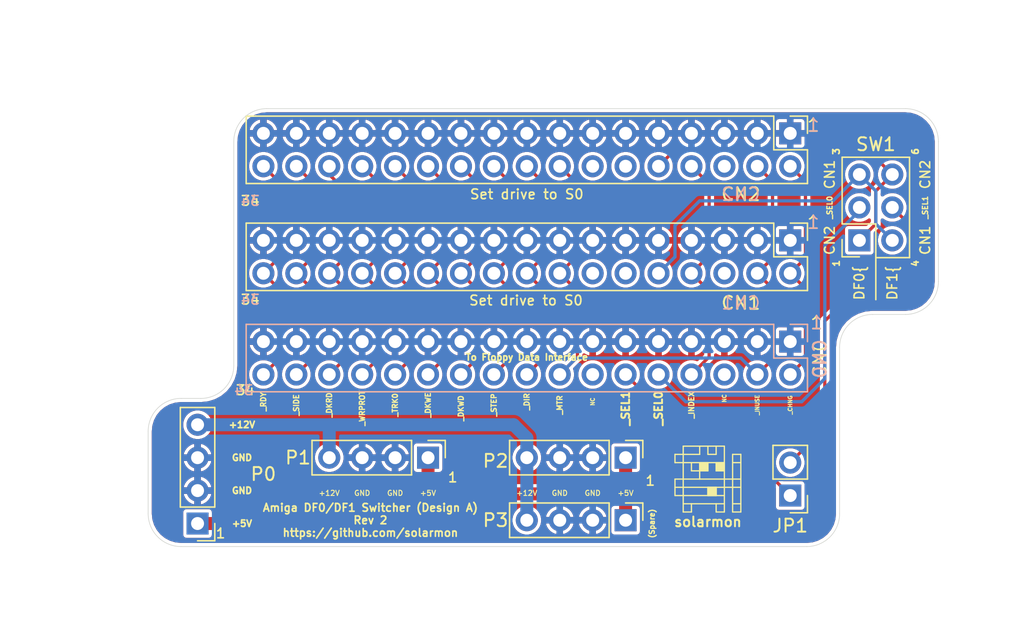
<source format=kicad_pcb>
(kicad_pcb (version 20171130) (host pcbnew "(5.1.9)-1")
  (title_block (title "Amiga DF0/DF1 Switcher (Design A) Rev 2") (date 2021-08-28) (rev 2) (company https://github.com/solarmon))
  (layers (0 F.Cu signal) (31 B.Cu signal) (34 B.Paste user) (35 F.Paste user) (36 B.SilkS user) (37 F.SilkS user) (38 B.Mask user) (39 F.Mask user) (44 Edge.Cuts user))
  (net 0 "")
  (net 1 /_RDY)
  (net 2 GND)
  (net 3 /_SIDE)
  (net 4 /_DKRD)
  (net 5 /_WRPROT)
  (net 6 /_TRK0)
  (net 7 /_DKWE)
  (net 8 /_DKWD)
  (net 9 /_STEP)
  (net 10 /DIR)
  (net 11 /_INUSE)
  (net 12 "Net-(CN0-Pad14)")
  (net 13 /_SEL1)
  (net 14 /_SEL0)
  (net 15 /_INDEX)
  (net 16 "Net-(CN0-Pad6)")
  (net 17 /_CHNG)
  (net 18 "Net-(CN1-Pad14)")
  (net 19 /_CN1_SEL1)
  (net 20 /_CN1_SEL0)
  (net 21 "Net-(CN1-Pad6)")
  (net 22 "Net-(CN2-Pad14)")
  (net 23 /_CN2_SEL1)
  (net 24 /_CN2_SEL0)
  (net 25 "Net-(CN2-Pad6)")
  (net 26 +12V)
  (net 27 +5V)
  (net 28 "Net-(JP1-Pad2)")
  (module solarmon_library:solarmon-logo-25mils (layer F.Cu) (at 171.45 148.59)
    (fp_text reference solarmon (at 0 2.667) (layer F.SilkS) (effects (font (size 0.75 0.75))))
    (fp_text value solarmon-logo-25mils)
    (fp_line (start 0.635 -1.27) (end 1.27 -1.27) (layer F.SilkS) (width 0.1))
    (fp_poly (pts (xy -1.27 1.905) (xy -1.905 1.905) (xy -1.905 1.27) (xy -1.27 1.27)) (layer F.Cu) (width 0.1))
    (fp_poly (pts (xy 1.27 1.905) (xy 0.635 1.905) (xy 0.635 1.27) (xy 1.27 1.27)) (layer F.Cu) (width 0.1))
    (fp_poly (pts (xy 1.27 0.635) (xy 0.635 0.635) (xy 0.635 0) (xy 1.27 0)) (layer F.Cu) (width 0.1))
    (fp_poly (pts (xy 0 0.635) (xy -0.635 0.635) (xy -0.635 0) (xy 0 0)) (layer F.Cu) (width 0.1))
    (fp_poly (pts (xy -0.635 0.635) (xy -1.27 0.635) (xy -1.27 0) (xy -0.635 0)) (layer F.Cu) (width 0.1))
    (fp_poly (pts (xy -1.27 0.635) (xy -1.905 0.635) (xy -1.905 0) (xy -1.27 0)) (layer F.Cu) (width 0.1))
    (fp_poly (pts (xy -1.27 -1.905) (xy -1.905 -1.905) (xy -1.905 -2.54) (xy -1.27 -2.54)) (layer F.Cu) (width 0.1))
    (fp_poly (pts (xy -0.635 -1.905) (xy -1.27 -1.905) (xy -1.27 -2.54) (xy -0.635 -2.54)) (layer F.Cu) (width 0.1))
    (fp_poly (pts (xy 0 -2.54) (xy -0.635 -2.54) (xy -0.635 -3.175) (xy 0 -3.175)) (layer F.Cu) (width 0.1))
    (fp_poly (pts (xy 0 -1.905) (xy -0.635 -1.905) (xy -0.635 -2.54) (xy 0 -2.54)) (layer F.Cu) (width 0.1))
    (fp_poly (pts (xy 0.635 -1.905) (xy 0 -1.905) (xy 0 -2.54) (xy 0.635 -2.54)) (layer F.Cu) (width 0.1))
    (fp_poly (pts (xy 1.27 -1.905) (xy 0.635 -1.905) (xy 0.635 -2.54) (xy 1.27 -2.54)) (layer F.Cu) (width 0.1))
    (fp_poly (pts (xy 1.27 -2.54) (xy 0.635 -2.54) (xy 0.635 -3.175) (xy 1.27 -3.175)) (layer F.Cu) (width 0.1))
    (fp_poly (pts (xy 2.54 1.905) (xy 1.905 1.905) (xy 1.905 1.27) (xy 2.54 1.27)) (layer F.Cu) (width 0.1))
    (fp_poly (pts (xy 2.54 -1.905) (xy 1.905 -1.905) (xy 1.905 -2.54) (xy 2.54 -2.54)) (layer F.Cu) (width 0.1))
    (fp_poly (pts (xy 0.635 0.635) (xy 0 0.635) (xy 0 0) (xy 0.635 0)) (layer F.SilkS) (width 0.1))
    (fp_poly (pts (xy 1.27 -1.27) (xy 0.635 -1.27) (xy 0.635 -1.905) (xy 1.27 -1.905)) (layer F.SilkS) (width 0.1))
    (fp_poly (pts (xy 0 -1.27) (xy -0.635 -1.27) (xy -0.635 -1.905) (xy 0 -1.905)) (layer F.SilkS) (width 0.1))
    (fp_line (start 0.635 0) (end 0.635 0.635) (layer F.SilkS) (width 0.1))
    (fp_line (start 0 0) (end 0 0.635) (layer F.SilkS) (width 0.1))
    (fp_line (start 1.905 1.27) (end 2.54 1.27) (layer F.SilkS) (width 0.1))
    (fp_line (start 1.905 -1.905) (end 2.54 -1.905) (layer F.SilkS) (width 0.1))
    (fp_line (start 1.905 -2.54) (end 2.54 -2.54) (layer F.SilkS) (width 0.1))
    (fp_line (start 2.54 -2.54) (end 2.54 1.905) (layer F.SilkS) (width 0.1))
    (fp_line (start 1.905 -2.54) (end 1.905 1.905) (layer F.SilkS) (width 0.1))
    (fp_line (start 1.905 1.905) (end 2.54 1.905) (layer F.SilkS) (width 0.1))
    (fp_line (start 0.635 1.905) (end 1.27 1.905) (layer F.SilkS) (width 0.1))
    (fp_line (start -1.905 1.905) (end -1.27 1.905) (layer F.SilkS) (width 0.1))
    (fp_line (start 0.635 1.27) (end 0.635 1.905) (layer F.SilkS) (width 0.1))
    (fp_line (start -1.27 1.27) (end -1.27 1.905) (layer F.SilkS) (width 0.1))
    (fp_line (start -1.905 1.27) (end 1.27 1.27) (layer F.SilkS) (width 0.1))
    (fp_line (start -2.54 0.635) (end 1.27 0.635) (layer F.SilkS) (width 0.1))
    (fp_line (start -2.54 0) (end 2.54 0) (layer F.SilkS) (width 0.1))
    (fp_line (start -2.54 0.635) (end -2.54 -0.635) (layer F.SilkS) (width 0.1))
    (fp_line (start -2.54 -0.635) (end 2.54 -0.635) (layer F.SilkS) (width 0.1))
    (fp_line (start 0.635 -1.905) (end 0.635 -1.27) (layer F.SilkS) (width 0.1))
    (fp_line (start 0 -1.905) (end 0 -1.27) (layer F.SilkS) (width 0.1))
    (fp_line (start -0.635 -1.905) (end -0.635 -0.635) (layer F.SilkS) (width 0.1))
    (fp_line (start -1.27 -1.27) (end 0 -1.27) (layer F.SilkS) (width 0.1))
    (fp_line (start -1.27 -1.905) (end -1.27 -1.27) (layer F.SilkS) (width 0.1))
    (fp_line (start 1.27 -3.175) (end 1.27 1.905) (layer F.SilkS) (width 0.1))
    (fp_line (start 0.635 -3.175) (end 0.635 -2.54) (layer F.SilkS) (width 0.1))
    (fp_line (start 0 -2.54) (end 0.635 -2.54) (layer F.SilkS) (width 0.1))
    (fp_line (start 0 -3.175) (end 0 -2.54) (layer F.SilkS) (width 0.1))
    (fp_line (start -0.635 -3.175) (end -0.635 -2.54) (layer F.SilkS) (width 0.1))
    (fp_line (start -1.905 -3.175) (end 1.27 -3.175) (layer F.SilkS) (width 0.1))
    (fp_line (start -2.54 -1.905) (end -2.54 -2.54) (layer F.SilkS) (width 0.1))
    (fp_line (start 1.27 -1.905) (end -2.54 -1.905) (layer F.SilkS) (width 0.1))
    (fp_line (start -1.905 -3.175) (end -1.905 1.905) (layer F.SilkS) (width 0.1))
    (fp_line (start -2.54 -2.54) (end -0.635 -2.54) (layer F.SilkS) (width 0.1))
  )
  (module Connector_PinHeader_2.54mm:PinHeader_1x02_P2.54mm_Vertical (layer F.Cu) (at 177.8 149.225 180)
    (fp_text reference JP1 (at 0 -2.33) (layer F.SilkS))
    (fp_text value Jumper_NC_Small)
    (fp_line (start -1.33 -1.33) (end 0 -1.33) (layer F.SilkS) (width 0.12))
    (fp_line (start -1.33 0) (end -1.33 -1.33) (layer F.SilkS) (width 0.12))
    (fp_line (start -1.33 1.27) (end 1.33 1.27) (layer F.SilkS) (width 0.12))
    (fp_line (start 1.33 1.27) (end 1.33 3.87) (layer F.SilkS) (width 0.12))
    (fp_line (start -1.33 1.27) (end -1.33 3.87) (layer F.SilkS) (width 0.12))
    (fp_line (start -1.33 3.87) (end 1.33 3.87) (layer F.SilkS) (width 0.12))
    (pad 2 thru_hole oval (at 0 2.54 180) (size 1.7 1.7) (drill 1) (layers *.Cu *.Mask) (net 28 "Net-(JP1-Pad2)"))
    (pad 1 thru_hole rect (at 0 0 180) (size 1.7 1.7) (drill 1) (layers *.Cu *.Mask) (net 13 /_SEL1))
  )
  (module solarmon_library:PinHeader_2x03_P2.54mm_Vertical_DPDT (layer F.Cu) (at 183.134 124.46)
    (fp_text reference SW1 (at 1.27 -2.33) (layer F.SilkS))
    (fp_text value SW_DPDT_x2)
    (fp_line (start -1.33 6.35) (end 0 6.35) (layer F.SilkS) (width 0.12))
    (fp_line (start -1.3335 6.35) (end -1.3335 5.02) (layer F.SilkS) (width 0.12))
    (fp_line (start -1.33 -1.3335) (end 3.87 -1.33) (layer F.SilkS) (width 0.12))
    (fp_line (start 1.27 6.4135) (end 1.27 3.8135) (layer F.SilkS) (width 0.12))
    (fp_line (start -1.33 3.8135) (end 1.27 3.8135) (layer F.SilkS) (width 0.12))
    (fp_line (start 3.87 -1.33) (end 3.87 6.41) (layer F.SilkS) (width 0.12))
    (fp_line (start -1.33 -1.3335) (end -1.33 3.8065) (layer F.SilkS) (width 0.12))
    (fp_line (start 1.27 6.4135) (end 3.87 6.41) (layer F.SilkS) (width 0.12))
    (pad 4 thru_hole oval (at 2.54 5.08) (size 1.7 1.7) (drill 1) (layers *.Cu *.Mask) (net 20 /_CN1_SEL0))
    (pad 1 thru_hole rect (at 0 5.08) (size 1.7 1.7) (drill 1) (layers *.Cu *.Mask) (net 24 /_CN2_SEL0))
    (pad 5 thru_hole oval (at 2.54 2.54) (size 1.7 1.7) (drill 1) (layers *.Cu *.Mask) (net 28 "Net-(JP1-Pad2)"))
    (pad 2 thru_hole oval (at 0 2.54) (size 1.7 1.7) (drill 1) (layers *.Cu *.Mask) (net 14 /_SEL0))
    (pad 6 thru_hole oval (at 2.54 0) (size 1.7 1.7) (drill 1) (layers *.Cu *.Mask) (net 24 /_CN2_SEL0))
    (pad 3 thru_hole circle (at 0 0) (size 1.7 1.7) (drill 1) (layers *.Cu *.Mask) (net 20 /_CN1_SEL0))
  )
  (module Connector_PinHeader_2.54mm:PinHeader_1x04_P2.54mm_Vertical (layer F.Cu) (at 165.1 151.13 270)
    (fp_text reference P3 (at 0 10.033 180) (layer F.SilkS))
    (fp_text value "(Spare)")
    (fp_line (start -1.33 -1.33) (end 0 -1.33) (layer F.SilkS) (width 0.12))
    (fp_line (start -1.33 0) (end -1.33 -1.33) (layer F.SilkS) (width 0.12))
    (fp_line (start -1.33 1.27) (end 1.33 1.27) (layer F.SilkS) (width 0.12))
    (fp_line (start 1.33 1.27) (end 1.33 8.95) (layer F.SilkS) (width 0.12))
    (fp_line (start -1.33 1.27) (end -1.33 8.95) (layer F.SilkS) (width 0.12))
    (fp_line (start -1.33 8.95) (end 1.33 8.95) (layer F.SilkS) (width 0.12))
    (pad 4 thru_hole oval (at 0 7.62 270) (size 1.7 1.7) (drill 1) (layers *.Cu *.Mask) (net 26 +12V))
    (pad 3 thru_hole oval (at 0 5.08 270) (size 1.7 1.7) (drill 1) (layers *.Cu *.Mask) (net 2 GND))
    (pad 2 thru_hole oval (at 0 2.54 270) (size 1.7 1.7) (drill 1) (layers *.Cu *.Mask) (net 2 GND))
    (pad 1 thru_hole rect (at 0 0 270) (size 1.7 1.7) (drill 1) (layers *.Cu *.Mask) (net 27 +5V))
  )
  (module Connector_PinHeader_2.54mm:PinHeader_1x04_P2.54mm_Vertical (layer F.Cu) (at 132.08 151.384 180)
    (fp_text reference P0 (at -5.08 3.81) (layer F.SilkS))
    (fp_text value "Floppy Power #0")
    (fp_line (start -1.33 -1.33) (end 0 -1.33) (layer F.SilkS) (width 0.12))
    (fp_line (start -1.33 0) (end -1.33 -1.33) (layer F.SilkS) (width 0.12))
    (fp_line (start -1.33 1.27) (end 1.33 1.27) (layer F.SilkS) (width 0.12))
    (fp_line (start 1.33 1.27) (end 1.33 8.95) (layer F.SilkS) (width 0.12))
    (fp_line (start -1.33 1.27) (end -1.33 8.95) (layer F.SilkS) (width 0.12))
    (fp_line (start -1.33 8.95) (end 1.33 8.95) (layer F.SilkS) (width 0.12))
    (pad 4 thru_hole oval (at 0 7.62 180) (size 1.7 1.7) (drill 1) (layers *.Cu *.Mask) (net 26 +12V))
    (pad 3 thru_hole oval (at 0 5.08 180) (size 1.7 1.7) (drill 1) (layers *.Cu *.Mask) (net 2 GND))
    (pad 2 thru_hole oval (at 0 2.54 180) (size 1.7 1.7) (drill 1) (layers *.Cu *.Mask) (net 2 GND))
    (pad 1 thru_hole rect (at 0 0 180) (size 1.7 1.7) (drill 1) (layers *.Cu *.Mask) (net 27 +5V))
  )
  (module Connector_PinSocket_2.54mm:PinSocket_2x17_P2.54mm_Vertical (layer B.Cu) (at 177.8 137.3505 90)
    (fp_text reference CN0 (at -1.3335 2.286 270) (layer B.SilkS) (effects (justify mirror)))
    (fp_text value Conn_02x17_Odd_Even)
    (fp_line (start 0 1.33) (end 1.33 1.33) (layer B.SilkS) (width 0.12))
    (fp_line (start 1.33 1.33) (end 1.33 0) (layer B.SilkS) (width 0.12))
    (fp_line (start -1.27 1.33) (end -1.27 -1.27) (layer B.SilkS) (width 0.12))
    (fp_line (start -1.27 -1.27) (end 1.33 -1.27) (layer B.SilkS) (width 0.12))
    (fp_line (start 1.33 -1.27) (end 1.33 -41.97) (layer B.SilkS) (width 0.12))
    (fp_line (start -3.87 -41.97) (end 1.33 -41.97) (layer B.SilkS) (width 0.12))
    (fp_line (start -3.87 1.33) (end -3.87 -41.97) (layer B.SilkS) (width 0.12))
    (fp_line (start -3.87 1.33) (end -1.27 1.33) (layer B.SilkS) (width 0.12))
    (pad 34 thru_hole oval (at -2.54 -40.64 90) (size 1.7 1.7) (drill 1) (layers *.Cu *.Mask) (net 1 /_RDY))
    (pad 33 thru_hole oval (at 0 -40.64 90) (size 1.7 1.7) (drill 1) (layers *.Cu *.Mask) (net 2 GND))
    (pad 32 thru_hole oval (at -2.54 -38.1 90) (size 1.7 1.7) (drill 1) (layers *.Cu *.Mask) (net 3 /_SIDE))
    (pad 31 thru_hole oval (at 0 -38.1 90) (size 1.7 1.7) (drill 1) (layers *.Cu *.Mask) (net 2 GND))
    (pad 30 thru_hole oval (at -2.54 -35.56 90) (size 1.7 1.7) (drill 1) (layers *.Cu *.Mask) (net 4 /_DKRD))
    (pad 29 thru_hole oval (at 0 -35.56 90) (size 1.7 1.7) (drill 1) (layers *.Cu *.Mask) (net 2 GND))
    (pad 28 thru_hole oval (at -2.54 -33.02 90) (size 1.7 1.7) (drill 1) (layers *.Cu *.Mask) (net 5 /_WRPROT))
    (pad 27 thru_hole oval (at 0 -33.02 90) (size 1.7 1.7) (drill 1) (layers *.Cu *.Mask) (net 2 GND))
    (pad 26 thru_hole oval (at -2.54 -30.48 90) (size 1.7 1.7) (drill 1) (layers *.Cu *.Mask) (net 6 /_TRK0))
    (pad 25 thru_hole oval (at 0 -30.48 90) (size 1.7 1.7) (drill 1) (layers *.Cu *.Mask) (net 2 GND))
    (pad 24 thru_hole oval (at -2.54 -27.94 90) (size 1.7 1.7) (drill 1) (layers *.Cu *.Mask) (net 7 /_DKWE))
    (pad 23 thru_hole oval (at 0 -27.94 90) (size 1.7 1.7) (drill 1) (layers *.Cu *.Mask) (net 2 GND))
    (pad 22 thru_hole oval (at -2.54 -25.4 90) (size 1.7 1.7) (drill 1) (layers *.Cu *.Mask) (net 8 /_DKWD))
    (pad 21 thru_hole oval (at 0 -25.4 90) (size 1.7 1.7) (drill 1) (layers *.Cu *.Mask) (net 2 GND))
    (pad 20 thru_hole oval (at -2.54 -22.86 90) (size 1.7 1.7) (drill 1) (layers *.Cu *.Mask) (net 9 /_STEP))
    (pad 19 thru_hole oval (at 0 -22.86 90) (size 1.7 1.7) (drill 1) (layers *.Cu *.Mask) (net 2 GND))
    (pad 18 thru_hole oval (at -2.54 -20.32 90) (size 1.7 1.7) (drill 1) (layers *.Cu *.Mask) (net 10 /DIR))
    (pad 17 thru_hole oval (at 0 -20.32 90) (size 1.7 1.7) (drill 1) (layers *.Cu *.Mask) (net 2 GND))
    (pad 16 thru_hole oval (at -2.54 -17.78 90) (size 1.7 1.7) (drill 1) (layers *.Cu *.Mask) (net 11 /_INUSE))
    (pad 15 thru_hole oval (at 0 -17.78 90) (size 1.7 1.7) (drill 1) (layers *.Cu *.Mask) (net 2 GND))
    (pad 14 thru_hole oval (at -2.54 -15.24 90) (size 1.7 1.7) (drill 1) (layers *.Cu *.Mask) (net 12 "Net-(CN0-Pad14)"))
    (pad 13 thru_hole oval (at 0 -15.24 90) (size 1.7 1.7) (drill 1) (layers *.Cu *.Mask) (net 2 GND))
    (pad 12 thru_hole oval (at -2.54 -12.7 90) (size 1.7 1.7) (drill 1) (layers *.Cu *.Mask) (net 13 /_SEL1))
    (pad 11 thru_hole oval (at 0 -12.7 90) (size 1.7 1.7) (drill 1) (layers *.Cu *.Mask) (net 2 GND))
    (pad 10 thru_hole oval (at -2.54 -10.16 90) (size 1.7 1.7) (drill 1) (layers *.Cu *.Mask) (net 14 /_SEL0))
    (pad 9 thru_hole oval (at 0 -10.16 90) (size 1.7 1.7) (drill 1) (layers *.Cu *.Mask) (net 2 GND))
    (pad 8 thru_hole oval (at -2.54 -7.62 90) (size 1.7 1.7) (drill 1) (layers *.Cu *.Mask) (net 15 /_INDEX))
    (pad 7 thru_hole oval (at 0 -7.62 90) (size 1.7 1.7) (drill 1) (layers *.Cu *.Mask) (net 2 GND))
    (pad 6 thru_hole oval (at -2.54 -5.08 90) (size 1.7 1.7) (drill 1) (layers *.Cu *.Mask) (net 16 "Net-(CN0-Pad6)"))
    (pad 5 thru_hole oval (at 0 -5.08 90) (size 1.7 1.7) (drill 1) (layers *.Cu *.Mask) (net 2 GND))
    (pad 4 thru_hole oval (at -2.54 -2.54 90) (size 1.7 1.7) (drill 1) (layers *.Cu *.Mask) (net 11 /_INUSE))
    (pad 3 thru_hole oval (at 0 -2.54 90) (size 1.7 1.7) (drill 1) (layers *.Cu *.Mask) (net 2 GND))
    (pad 2 thru_hole oval (at -2.54 0 90) (size 1.7 1.7) (drill 1) (layers *.Cu *.Mask) (net 17 /_CHNG))
    (pad 1 thru_hole rect (at 0 0 90) (size 1.7 1.7) (drill 1) (layers *.Cu *.Mask) (net 2 GND))
  )
  (module Connector_PinHeader_2.54mm:PinHeader_2x17_P2.54mm_Vertical (layer F.Cu) (at 177.8 129.54 270)
    (fp_text reference CN1 (at 4.826 3.81) (layer F.SilkS))
    (fp_text value Conn_02x17_Odd_Even)
    (fp_line (start -1.33 41.97) (end 3.87 41.97) (layer F.SilkS) (width 0.12))
    (fp_line (start -1.33 1.27) (end -1.33 41.97) (layer F.SilkS) (width 0.12))
    (fp_line (start 3.87 -1.33) (end 3.87 41.97) (layer F.SilkS) (width 0.12))
    (fp_line (start -1.33 1.27) (end 1.27 1.27) (layer F.SilkS) (width 0.12))
    (fp_line (start 1.27 1.27) (end 1.27 -1.33) (layer F.SilkS) (width 0.12))
    (fp_line (start 1.27 -1.33) (end 3.87 -1.33) (layer F.SilkS) (width 0.12))
    (fp_line (start -1.33 0) (end -1.33 -1.33) (layer F.SilkS) (width 0.12))
    (fp_line (start -1.33 -1.33) (end 0 -1.33) (layer F.SilkS) (width 0.12))
    (pad 1 thru_hole rect (at 0 0 270) (size 1.7 1.7) (drill 1) (layers *.Cu *.Mask) (net 2 GND))
    (pad 2 thru_hole oval (at 2.54 0 270) (size 1.7 1.7) (drill 1) (layers *.Cu *.Mask) (net 17 /_CHNG))
    (pad 3 thru_hole oval (at 0 2.54 270) (size 1.7 1.7) (drill 1) (layers *.Cu *.Mask) (net 2 GND))
    (pad 4 thru_hole oval (at 2.54 2.54 270) (size 1.7 1.7) (drill 1) (layers *.Cu *.Mask) (net 11 /_INUSE))
    (pad 5 thru_hole oval (at 0 5.08 270) (size 1.7 1.7) (drill 1) (layers *.Cu *.Mask) (net 2 GND))
    (pad 6 thru_hole oval (at 2.54 5.08 270) (size 1.7 1.7) (drill 1) (layers *.Cu *.Mask) (net 21 "Net-(CN1-Pad6)"))
    (pad 7 thru_hole oval (at 0 7.62 270) (size 1.7 1.7) (drill 1) (layers *.Cu *.Mask) (net 2 GND))
    (pad 8 thru_hole oval (at 2.54 7.62 270) (size 1.7 1.7) (drill 1) (layers *.Cu *.Mask) (net 15 /_INDEX))
    (pad 9 thru_hole oval (at 0 10.16 270) (size 1.7 1.7) (drill 1) (layers *.Cu *.Mask) (net 2 GND))
    (pad 10 thru_hole oval (at 2.54 10.16 270) (size 1.7 1.7) (drill 1) (layers *.Cu *.Mask) (net 20 /_CN1_SEL0))
    (pad 11 thru_hole oval (at 0 12.7 270) (size 1.7 1.7) (drill 1) (layers *.Cu *.Mask) (net 2 GND))
    (pad 12 thru_hole oval (at 2.54 12.7 270) (size 1.7 1.7) (drill 1) (layers *.Cu *.Mask) (net 19 /_CN1_SEL1))
    (pad 13 thru_hole oval (at 0 15.24 270) (size 1.7 1.7) (drill 1) (layers *.Cu *.Mask) (net 2 GND))
    (pad 14 thru_hole oval (at 2.54 15.24 270) (size 1.7 1.7) (drill 1) (layers *.Cu *.Mask) (net 18 "Net-(CN1-Pad14)"))
    (pad 15 thru_hole oval (at 0 17.78 270) (size 1.7 1.7) (drill 1) (layers *.Cu *.Mask) (net 2 GND))
    (pad 16 thru_hole oval (at 2.54 17.78 270) (size 1.7 1.7) (drill 1) (layers *.Cu *.Mask) (net 11 /_INUSE))
    (pad 17 thru_hole oval (at 0 20.32 270) (size 1.7 1.7) (drill 1) (layers *.Cu *.Mask) (net 2 GND))
    (pad 18 thru_hole oval (at 2.54 20.32 270) (size 1.7 1.7) (drill 1) (layers *.Cu *.Mask) (net 10 /DIR))
    (pad 19 thru_hole oval (at 0 22.86 270) (size 1.7 1.7) (drill 1) (layers *.Cu *.Mask) (net 2 GND))
    (pad 20 thru_hole oval (at 2.54 22.86 270) (size 1.7 1.7) (drill 1) (layers *.Cu *.Mask) (net 9 /_STEP))
    (pad 21 thru_hole oval (at 0 25.4 270) (size 1.7 1.7) (drill 1) (layers *.Cu *.Mask) (net 2 GND))
    (pad 22 thru_hole oval (at 2.54 25.4 270) (size 1.7 1.7) (drill 1) (layers *.Cu *.Mask) (net 8 /_DKWD))
    (pad 23 thru_hole oval (at 0 27.94 270) (size 1.7 1.7) (drill 1) (layers *.Cu *.Mask) (net 2 GND))
    (pad 24 thru_hole oval (at 2.54 27.94 270) (size 1.7 1.7) (drill 1) (layers *.Cu *.Mask) (net 7 /_DKWE))
    (pad 25 thru_hole oval (at 0 30.48 270) (size 1.7 1.7) (drill 1) (layers *.Cu *.Mask) (net 2 GND))
    (pad 26 thru_hole oval (at 2.54 30.48 270) (size 1.7 1.7) (drill 1) (layers *.Cu *.Mask) (net 6 /_TRK0))
    (pad 27 thru_hole oval (at 0 33.02 270) (size 1.7 1.7) (drill 1) (layers *.Cu *.Mask) (net 2 GND))
    (pad 28 thru_hole oval (at 2.54 33.02 270) (size 1.7 1.7) (drill 1) (layers *.Cu *.Mask) (net 5 /_WRPROT))
    (pad 29 thru_hole oval (at 0 35.56 270) (size 1.7 1.7) (drill 1) (layers *.Cu *.Mask) (net 2 GND))
    (pad 30 thru_hole oval (at 2.54 35.56 270) (size 1.7 1.7) (drill 1) (layers *.Cu *.Mask) (net 4 /_DKRD))
    (pad 31 thru_hole oval (at 0 38.1 270) (size 1.7 1.7) (drill 1) (layers *.Cu *.Mask) (net 2 GND))
    (pad 32 thru_hole oval (at 2.54 38.1 270) (size 1.7 1.7) (drill 1) (layers *.Cu *.Mask) (net 3 /_SIDE))
    (pad 33 thru_hole oval (at 0 40.64 270) (size 1.7 1.7) (drill 1) (layers *.Cu *.Mask) (net 2 GND))
    (pad 34 thru_hole oval (at 2.54 40.64 270) (size 1.7 1.7) (drill 1) (layers *.Cu *.Mask) (net 1 /_RDY))
  )
  (module Connector_PinHeader_2.54mm:PinHeader_2x17_P2.54mm_Vertical (layer F.Cu) (at 177.8 121.285 270)
    (fp_text reference CN2 (at 4.699 3.81) (layer F.SilkS))
    (fp_text value Conn_02x17_Odd_Even)
    (fp_line (start -1.33 41.97) (end 3.87 41.97) (layer F.SilkS) (width 0.12))
    (fp_line (start -1.33 1.27) (end -1.33 41.97) (layer F.SilkS) (width 0.12))
    (fp_line (start 3.87 -1.33) (end 3.87 41.97) (layer F.SilkS) (width 0.12))
    (fp_line (start -1.33 1.27) (end 1.27 1.27) (layer F.SilkS) (width 0.12))
    (fp_line (start 1.27 1.27) (end 1.27 -1.33) (layer F.SilkS) (width 0.12))
    (fp_line (start 1.27 -1.33) (end 3.87 -1.33) (layer F.SilkS) (width 0.12))
    (fp_line (start -1.33 0) (end -1.33 -1.33) (layer F.SilkS) (width 0.12))
    (fp_line (start -1.33 -1.33) (end 0 -1.33) (layer F.SilkS) (width 0.12))
    (pad 1 thru_hole rect (at 0 0 270) (size 1.7 1.7) (drill 1) (layers *.Cu *.Mask) (net 2 GND))
    (pad 2 thru_hole oval (at 2.54 0 270) (size 1.7 1.7) (drill 1) (layers *.Cu *.Mask) (net 17 /_CHNG))
    (pad 3 thru_hole oval (at 0 2.54 270) (size 1.7 1.7) (drill 1) (layers *.Cu *.Mask) (net 2 GND))
    (pad 4 thru_hole oval (at 2.54 2.54 270) (size 1.7 1.7) (drill 1) (layers *.Cu *.Mask) (net 11 /_INUSE))
    (pad 5 thru_hole oval (at 0 5.08 270) (size 1.7 1.7) (drill 1) (layers *.Cu *.Mask) (net 2 GND))
    (pad 6 thru_hole oval (at 2.54 5.08 270) (size 1.7 1.7) (drill 1) (layers *.Cu *.Mask) (net 25 "Net-(CN2-Pad6)"))
    (pad 7 thru_hole oval (at 0 7.62 270) (size 1.7 1.7) (drill 1) (layers *.Cu *.Mask) (net 2 GND))
    (pad 8 thru_hole oval (at 2.54 7.62 270) (size 1.7 1.7) (drill 1) (layers *.Cu *.Mask) (net 15 /_INDEX))
    (pad 9 thru_hole oval (at 0 10.16 270) (size 1.7 1.7) (drill 1) (layers *.Cu *.Mask) (net 2 GND))
    (pad 10 thru_hole oval (at 2.54 10.16 270) (size 1.7 1.7) (drill 1) (layers *.Cu *.Mask) (net 24 /_CN2_SEL0))
    (pad 11 thru_hole oval (at 0 12.7 270) (size 1.7 1.7) (drill 1) (layers *.Cu *.Mask) (net 2 GND))
    (pad 12 thru_hole oval (at 2.54 12.7 270) (size 1.7 1.7) (drill 1) (layers *.Cu *.Mask) (net 23 /_CN2_SEL1))
    (pad 13 thru_hole oval (at 0 15.24 270) (size 1.7 1.7) (drill 1) (layers *.Cu *.Mask) (net 2 GND))
    (pad 14 thru_hole oval (at 2.54 15.24 270) (size 1.7 1.7) (drill 1) (layers *.Cu *.Mask) (net 22 "Net-(CN2-Pad14)"))
    (pad 15 thru_hole oval (at 0 17.78 270) (size 1.7 1.7) (drill 1) (layers *.Cu *.Mask) (net 2 GND))
    (pad 16 thru_hole oval (at 2.54 17.78 270) (size 1.7 1.7) (drill 1) (layers *.Cu *.Mask) (net 11 /_INUSE))
    (pad 17 thru_hole oval (at 0 20.32 270) (size 1.7 1.7) (drill 1) (layers *.Cu *.Mask) (net 2 GND))
    (pad 18 thru_hole oval (at 2.54 20.32 270) (size 1.7 1.7) (drill 1) (layers *.Cu *.Mask) (net 10 /DIR))
    (pad 19 thru_hole oval (at 0 22.86 270) (size 1.7 1.7) (drill 1) (layers *.Cu *.Mask) (net 2 GND))
    (pad 20 thru_hole oval (at 2.54 22.86 270) (size 1.7 1.7) (drill 1) (layers *.Cu *.Mask) (net 9 /_STEP))
    (pad 21 thru_hole oval (at 0 25.4 270) (size 1.7 1.7) (drill 1) (layers *.Cu *.Mask) (net 2 GND))
    (pad 22 thru_hole oval (at 2.54 25.4 270) (size 1.7 1.7) (drill 1) (layers *.Cu *.Mask) (net 8 /_DKWD))
    (pad 23 thru_hole oval (at 0 27.94 270) (size 1.7 1.7) (drill 1) (layers *.Cu *.Mask) (net 2 GND))
    (pad 24 thru_hole oval (at 2.54 27.94 270) (size 1.7 1.7) (drill 1) (layers *.Cu *.Mask) (net 7 /_DKWE))
    (pad 25 thru_hole oval (at 0 30.48 270) (size 1.7 1.7) (drill 1) (layers *.Cu *.Mask) (net 2 GND))
    (pad 26 thru_hole oval (at 2.54 30.48 270) (size 1.7 1.7) (drill 1) (layers *.Cu *.Mask) (net 6 /_TRK0))
    (pad 27 thru_hole oval (at 0 33.02 270) (size 1.7 1.7) (drill 1) (layers *.Cu *.Mask) (net 2 GND))
    (pad 28 thru_hole oval (at 2.54 33.02 270) (size 1.7 1.7) (drill 1) (layers *.Cu *.Mask) (net 5 /_WRPROT))
    (pad 29 thru_hole oval (at 0 35.56 270) (size 1.7 1.7) (drill 1) (layers *.Cu *.Mask) (net 2 GND))
    (pad 30 thru_hole oval (at 2.54 35.56 270) (size 1.7 1.7) (drill 1) (layers *.Cu *.Mask) (net 4 /_DKRD))
    (pad 31 thru_hole oval (at 0 38.1 270) (size 1.7 1.7) (drill 1) (layers *.Cu *.Mask) (net 2 GND))
    (pad 32 thru_hole oval (at 2.54 38.1 270) (size 1.7 1.7) (drill 1) (layers *.Cu *.Mask) (net 3 /_SIDE))
    (pad 33 thru_hole oval (at 0 40.64 270) (size 1.7 1.7) (drill 1) (layers *.Cu *.Mask) (net 2 GND))
    (pad 34 thru_hole oval (at 2.54 40.64 270) (size 1.7 1.7) (drill 1) (layers *.Cu *.Mask) (net 1 /_RDY))
  )
  (module Connector_PinHeader_2.54mm:PinHeader_1x04_P2.54mm_Vertical (layer F.Cu) (at 165.1 146.304 270)
    (fp_text reference P2 (at 0.254 10.033 180) (layer F.SilkS))
    (fp_text value "Floppy Power #2")
    (fp_line (start -1.33 8.95) (end 1.33 8.95) (layer F.SilkS) (width 0.12))
    (fp_line (start -1.33 1.27) (end -1.33 8.95) (layer F.SilkS) (width 0.12))
    (fp_line (start 1.33 1.27) (end 1.33 8.95) (layer F.SilkS) (width 0.12))
    (fp_line (start -1.33 1.27) (end 1.33 1.27) (layer F.SilkS) (width 0.12))
    (fp_line (start -1.33 0) (end -1.33 -1.33) (layer F.SilkS) (width 0.12))
    (fp_line (start -1.33 -1.33) (end 0 -1.33) (layer F.SilkS) (width 0.12))
    (pad 1 thru_hole rect (at 0 0 270) (size 1.7 1.7) (drill 1) (layers *.Cu *.Mask) (net 27 +5V))
    (pad 2 thru_hole oval (at 0 2.54 270) (size 1.7 1.7) (drill 1) (layers *.Cu *.Mask) (net 2 GND))
    (pad 3 thru_hole oval (at 0 5.08 270) (size 1.7 1.7) (drill 1) (layers *.Cu *.Mask) (net 2 GND))
    (pad 4 thru_hole oval (at 0 7.62 270) (size 1.7 1.7) (drill 1) (layers *.Cu *.Mask) (net 26 +12V))
  )
  (module Connector_PinHeader_2.54mm:PinHeader_1x04_P2.54mm_Vertical (layer F.Cu) (at 149.86 146.304 270)
    (fp_text reference P1 (at 0 10.033 180) (layer F.SilkS))
    (fp_text value "Floppy Power #1")
    (fp_line (start -1.33 8.95) (end 1.33 8.95) (layer F.SilkS) (width 0.12))
    (fp_line (start -1.33 1.27) (end -1.33 8.95) (layer F.SilkS) (width 0.12))
    (fp_line (start 1.33 1.27) (end 1.33 8.95) (layer F.SilkS) (width 0.12))
    (fp_line (start -1.33 1.27) (end 1.33 1.27) (layer F.SilkS) (width 0.12))
    (fp_line (start -1.33 0) (end -1.33 -1.33) (layer F.SilkS) (width 0.12))
    (fp_line (start -1.33 -1.33) (end 0 -1.33) (layer F.SilkS) (width 0.12))
    (pad 1 thru_hole rect (at 0 0 270) (size 1.7 1.7) (drill 1) (layers *.Cu *.Mask) (net 27 +5V))
    (pad 2 thru_hole oval (at 0 2.54 270) (size 1.7 1.7) (drill 1) (layers *.Cu *.Mask) (net 2 GND))
    (pad 3 thru_hole oval (at 0 5.08 270) (size 1.7 1.7) (drill 1) (layers *.Cu *.Mask) (net 2 GND))
    (pad 4 thru_hole oval (at 0 7.62 270) (size 1.7 1.7) (drill 1) (layers *.Cu *.Mask) (net 26 +12V))
  )
  (gr_line (start 186.69 135.255) (end 184.15 135.255) (layer Edge.Cuts) (width 0.05))
  (gr_arc (start 184.15 137.795) (end 184.15 135.255) (angle -90) (layer Edge.Cuts) (width 0.05))
  (gr_line (start 189.23 121.92) (end 189.23 132.715) (layer Edge.Cuts) (width 0.05))
  (gr_arc (start 186.69 132.715) (end 186.69 135.255) (angle -90) (layer Edge.Cuts) (width 0.05))
  (gr_text "Set drive to S0" (at 157.4165 134.1755) (layer F.SilkS) (effects (font (size 0.75 0.75) (thickness 0.125))))
  (gr_text "Set drive to S0" (at 157.48 125.984) (layer F.SilkS) (effects (font (size 0.75 0.75) (thickness 0.125))))
  (gr_text "To Floppy Data Interface" (at 157.48 138.557) (layer F.SilkS) (effects (font (size 0.5 0.5) (thickness 0.125))))
  (gr_text 34 (at 136.144 126.492) (layer B.SilkS) (effects (font (size 0.75 0.75) (thickness 0.125)) (justify mirror)))
  (gr_text 34 (at 136.144 134.112) (layer B.SilkS) (effects (font (size 0.75 0.75) (thickness 0.125)) (justify mirror)))
  (gr_text 1 (at 179.578 128.143) (layer B.SilkS) (effects (font (size 1 1) (thickness 0.125)) (justify mirror)))
  (gr_text 1 (at 179.578 120.65) (layer B.SilkS) (effects (font (size 1 1) (thickness 0.125)) (justify mirror)))
  (gr_text CN2 (at 173.99 125.984) (layer B.SilkS) (effects (font (size 1 1) (thickness 0.125)) (justify mirror)))
  (gr_text CN1 (at 173.99 134.366) (layer B.SilkS) (effects (font (size 1 1) (thickness 0.125)) (justify mirror)))
  (gr_text 34 (at 136.144 126.492) (layer F.SilkS) (effects (font (size 0.75 0.75) (thickness 0.125))))
  (gr_text 34 (at 136.144 134.112) (layer F.SilkS) (effects (font (size 0.75 0.75) (thickness 0.125))))
  (gr_line (start 184.404 130.81) (end 184.404 134.112) (layer F.SilkS) (width 0.12))
  (gr_text "(Spare)" (at 167.132 151.384 90) (layer F.SilkS) (effects (font (size 0.4 0.4) (thickness 0.1))))
  (gr_text 34 (at 135.763 141.097) (layer F.SilkS) (effects (font (size 0.75 0.75) (thickness 0.125))))
  (gr_text CN0 (at 180.086 138.684 90) (layer F.SilkS) (effects (font (size 1 1) (thickness 0.125))))
  (gr_text DF1{ (at 185.674 132.842 90) (layer F.SilkS) (effects (font (size 0.75 0.75) (thickness 0.125))))
  (gr_text DF0{ (at 183.134 132.842 90) (layer F.SilkS) (effects (font (size 0.75 0.75) (thickness 0.125))))
  (gr_text "Amiga DF0/DF1 Switcher (Design A)\nRev 2\nhttps://github.com/solarmon" (at 145.415 151.13) (layer F.SilkS) (effects (font (size 0.6 0.6) (thickness 0.125))))
  (gr_text CN1 (at 188.214 129.54 90) (layer F.SilkS) (effects (font (size 0.75 0.75) (thickness 0.125))))
  (gr_text CN2 (at 188.214 124.46 90) (layer F.SilkS) (effects (font (size 0.75 0.75) (thickness 0.125))))
  (gr_text CN2 (at 180.848 129.54 90) (layer F.SilkS) (effects (font (size 0.75 0.75) (thickness 0.125))))
  (gr_text CN1 (at 180.848 124.46 90) (layer F.SilkS) (effects (font (size 0.75 0.75) (thickness 0.125))))
  (gr_text GND (at 144.78 149.038) (layer F.SilkS) (effects (font (size 0.4 0.4) (thickness 0.075))))
  (gr_text GND (at 147.32 149.038) (layer F.SilkS) (effects (font (size 0.4 0.4) (thickness 0.075))))
  (gr_text +12V (at 142.24 149.038) (layer F.SilkS) (effects (font (size 0.4 0.4) (thickness 0.075))))
  (gr_text +5V (at 149.86 149.038) (layer F.SilkS) (effects (font (size 0.4 0.4) (thickness 0.075))))
  (gr_text +12V (at 157.48 149.038) (layer F.SilkS) (effects (font (size 0.4 0.4) (thickness 0.075))))
  (gr_text 1 (at 181.356 131.318 90) (layer F.SilkS) (effects (font (size 0.5 0.5) (thickness 0.125))))
  (gr_text 6 (at 187.452 122.682 90) (layer F.SilkS) (effects (font (size 0.5 0.5) (thickness 0.125))))
  (gr_line (start 130.81 141.732) (end 132.334 141.732) (layer Edge.Cuts) (width 0.05))
  (gr_arc (start 132.334 139.192) (end 132.334 141.732) (angle -90) (layer Edge.Cuts) (width 0.05))
  (gr_line (start 128.27 144.272) (end 128.27 150.622) (layer Edge.Cuts) (width 0.05))
  (gr_arc (start 130.81 144.272) (end 130.81 141.732) (angle -90) (layer Edge.Cuts) (width 0.05))
  (gr_text 1 (at 133.858 152.146) (layer F.SilkS) (effects (font (size 0.75 0.75) (thickness 0.125))))
  (gr_text 1 (at 167.005 148.082) (layer F.SilkS) (effects (font (size 0.75 0.75) (thickness 0.125))))
  (gr_text 1 (at 151.765 147.828) (layer F.SilkS) (effects (font (size 0.75 0.75) (thickness 0.125))))
  (gr_text 4 (at 187.452 131.318 90) (layer F.SilkS) (effects (font (size 0.5 0.5) (thickness 0.125))))
  (gr_text GND (at 160.02 149.038) (layer F.SilkS) (effects (font (size 0.4 0.4) (thickness 0.075))))
  (gr_text GND (at 162.56 149.038) (layer F.SilkS) (effects (font (size 0.4 0.4) (thickness 0.075))))
  (gr_text +5V (at 165.1 149.038) (layer F.SilkS) (effects (font (size 0.4 0.4) (thickness 0.075))))
  (gr_text 1 (at 179.832 135.89) (layer B.SilkS) (effects (font (size 1 1) (thickness 0.125)) (justify mirror)))
  (gr_text 34 (at 135.636 141.097) (layer B.SilkS) (effects (font (size 0.75 0.75) (thickness 0.125)) (justify mirror)))
  (gr_text NC (at 162.56 141.986 90) (layer F.SilkS) (effects (font (size 0.3 0.3) (thickness 0.075))))
  (gr_text NC (at 172.72 141.732 90) (layer F.SilkS) (effects (font (size 0.3 0.3) (thickness 0.075))))
  (gr_text _CHNG (at 177.8 142.24 90) (layer F.SilkS) (effects (font (size 0.3 0.3) (thickness 0.075))))
  (gr_text _INUSE (at 175.26 142.24 90) (layer F.SilkS) (effects (font (size 0.3 0.3) (thickness 0.075))))
  (gr_text _INDEX (at 170.18 142.24 90) (layer F.SilkS) (effects (font (size 0.4 0.4) (thickness 0.1))))
  (gr_text _SEL0 (at 167.64 142.494 90) (layer F.SilkS) (effects (font (size 0.6 0.6))))
  (gr_text _SEL1 (at 165.1 142.494 90) (layer F.SilkS) (effects (font (size 0.6 0.6))))
  (gr_text _MTR (at 160.02 142.24 90) (layer F.SilkS) (effects (font (size 0.4 0.4) (thickness 0.1))))
  (gr_text _DIR (at 157.48 141.986 90) (layer F.SilkS) (effects (font (size 0.4 0.4) (thickness 0.1))))
  (gr_text _STEP (at 154.94 142.24 90) (layer F.SilkS) (effects (font (size 0.4 0.4) (thickness 0.1))))
  (gr_text _DKWD (at 152.4 142.494 90) (layer F.SilkS) (effects (font (size 0.4 0.4) (thickness 0.1))))
  (gr_text _DKWE (at 149.86 142.24 90) (layer F.SilkS) (effects (font (size 0.4 0.4) (thickness 0.1))))
  (gr_text _TRK0 (at 147.32 142.24 90) (layer F.SilkS) (effects (font (size 0.4 0.4) (thickness 0.1))))
  (gr_text _WRPROT (at 144.78 142.494 90) (layer F.SilkS) (effects (font (size 0.4 0.4) (thickness 0.1))))
  (gr_text _DKRD (at 142.24 142.24 90) (layer F.SilkS) (effects (font (size 0.4 0.4) (thickness 0.1))))
  (gr_text _SIDE (at 139.7 142.24 90) (layer F.SilkS) (effects (font (size 0.4 0.4) (thickness 0.1))))
  (gr_text _RDY (at 137.16 141.986 90) (layer F.SilkS) (effects (font (size 0.4 0.4) (thickness 0.1))))
  (gr_text +5V (at 135.509 151.384) (layer F.SilkS) (effects (font (size 0.5 0.5) (thickness 0.125))))
  (gr_text GND (at 135.509 148.844) (layer F.SilkS) (effects (font (size 0.5 0.5) (thickness 0.125))))
  (gr_text GND (at 135.509 146.304) (layer F.SilkS) (effects (font (size 0.5 0.5) (thickness 0.125))))
  (gr_text +12V (at 135.509 143.764) (layer F.SilkS) (effects (font (size 0.5 0.5) (thickness 0.125))))
  (gr_text 1 (at 179.578 120.65) (layer F.SilkS) (effects (font (size 1 1) (thickness 0.125))))
  (gr_text 1 (at 179.578 128.143) (layer F.SilkS) (effects (font (size 1 1) (thickness 0.125))))
  (gr_text 1 (at 179.832 135.89) (layer F.SilkS) (effects (font (size 1 1) (thickness 0.125))))
  (gr_text 3 (at 181.356 122.682 90) (layer F.SilkS) (effects (font (size 0.5 0.5) (thickness 0.125))))
  (gr_text _SEL1 (at 188.214 127 90) (layer F.SilkS) (effects (font (size 0.4 0.4) (thickness 0.1))))
  (gr_text _SEL0 (at 180.848 127 90) (layer F.SilkS) (effects (font (size 0.4 0.4) (thickness 0.1))))
  (gr_arc (start 137.414 121.92) (end 137.414 119.38) (angle -90) (layer Edge.Cuts) (width 0.05))
  (gr_arc (start 130.81 150.622) (end 128.27 150.622) (angle -90) (layer Edge.Cuts) (width 0.05))
  (gr_arc (start 179.07 150.622) (end 179.07 153.162) (angle -90) (layer Edge.Cuts) (width 0.05))
  (gr_arc (start 186.69 121.92) (end 189.23 121.92) (angle -90) (layer Edge.Cuts) (width 0.05))
  (gr_line (start 137.414 119.38) (end 186.69 119.38) (layer Edge.Cuts) (width 0.05))
  (gr_line (start 134.874 139.192) (end 134.874 121.92) (layer Edge.Cuts) (width 0.05))
  (gr_line (start 179.07 153.162) (end 130.81 153.162) (layer Edge.Cuts) (width 0.05))
  (gr_line (start 181.61 137.795) (end 181.61 150.622) (layer Edge.Cuts) (width 0.05))
  (segment (start 138.009999 132.929999) (end 137.16 132.08) (width 0.25) (layer F.Cu) (net 1))
  (segment (start 138.335001 133.255001) (end 138.009999 132.929999) (width 0.25) (layer F.Cu) (net 1))
  (segment (start 138.335001 138.715499) (end 138.335001 133.255001) (width 0.25) (layer F.Cu) (net 1))
  (segment (start 137.16 139.8905) (end 138.335001 138.715499) (width 0.25) (layer F.Cu) (net 1))
  (segment (start 138.335001 125.000001) (end 137.16 123.825) (width 0.25) (layer F.Cu) (net 1))
  (segment (start 138.335001 130.904999) (end 138.335001 125.000001) (width 0.25) (layer F.Cu) (net 1))
  (segment (start 137.16 132.08) (end 138.335001 130.904999) (width 0.25) (layer F.Cu) (net 1))
  (segment (start 140.549999 132.929999) (end 139.7 132.08) (width 0.25) (layer F.Cu) (net 3))
  (segment (start 140.875001 133.255001) (end 140.549999 132.929999) (width 0.25) (layer F.Cu) (net 3))
  (segment (start 140.875001 138.715499) (end 140.875001 133.255001) (width 0.25) (layer F.Cu) (net 3))
  (segment (start 139.7 139.8905) (end 140.875001 138.715499) (width 0.25) (layer F.Cu) (net 3))
  (segment (start 140.875001 125.000001) (end 139.7 123.825) (width 0.25) (layer F.Cu) (net 3))
  (segment (start 140.875001 130.904999) (end 140.875001 125.000001) (width 0.25) (layer F.Cu) (net 3))
  (segment (start 139.7 132.08) (end 140.875001 130.904999) (width 0.25) (layer F.Cu) (net 3))
  (segment (start 143.089999 132.929999) (end 142.24 132.08) (width 0.25) (layer F.Cu) (net 4))
  (segment (start 143.604999 133.444999) (end 143.089999 132.929999) (width 0.25) (layer F.Cu) (net 4))
  (segment (start 143.604999 138.525501) (end 143.604999 133.444999) (width 0.25) (layer F.Cu) (net 4))
  (segment (start 142.24 139.8905) (end 143.604999 138.525501) (width 0.25) (layer F.Cu) (net 4))
  (segment (start 143.415001 130.904999) (end 143.415001 125.635001) (width 0.25) (layer F.Cu) (net 4))
  (segment (start 142.24 132.08) (end 143.415001 130.904999) (width 0.25) (layer F.Cu) (net 4))
  (segment (start 143.415001 125.635001) (end 142.24 124.46) (width 0.25) (layer F.Cu) (net 4))
  (segment (start 145.629999 132.929999) (end 144.78 132.08) (width 0.25) (layer F.Cu) (net 5))
  (segment (start 146.05 133.35) (end 145.629999 132.929999) (width 0.25) (layer F.Cu) (net 5))
  (segment (start 146.05 138.6205) (end 146.05 133.35) (width 0.25) (layer F.Cu) (net 5))
  (segment (start 144.78 139.8905) (end 146.05 138.6205) (width 0.25) (layer F.Cu) (net 5))
  (segment (start 146.144999 125.189999) (end 144.78 123.825) (width 0.25) (layer F.Cu) (net 5))
  (segment (start 146.144999 130.715001) (end 146.144999 125.189999) (width 0.25) (layer F.Cu) (net 5))
  (segment (start 144.78 132.08) (end 146.144999 130.715001) (width 0.25) (layer F.Cu) (net 5))
  (segment (start 148.169999 132.929999) (end 147.32 132.08) (width 0.25) (layer F.Cu) (net 6))
  (segment (start 148.495001 133.255001) (end 148.169999 132.929999) (width 0.25) (layer F.Cu) (net 6))
  (segment (start 148.495001 138.715499) (end 148.495001 133.317999) (width 0.25) (layer F.Cu) (net 6))
  (segment (start 147.32 139.8905) (end 148.495001 138.715499) (width 0.25) (layer F.Cu) (net 6))
  (segment (start 148.684999 125.189999) (end 147.32 123.825) (width 0.25) (layer F.Cu) (net 6))
  (segment (start 148.684999 130.715001) (end 148.684999 125.189999) (width 0.25) (layer F.Cu) (net 6))
  (segment (start 147.32 132.08) (end 148.684999 130.715001) (width 0.25) (layer F.Cu) (net 6))
  (segment (start 150.709999 132.929999) (end 149.86 132.08) (width 0.25) (layer F.Cu) (net 7))
  (segment (start 151.035001 133.255001) (end 150.709999 132.929999) (width 0.25) (layer F.Cu) (net 7))
  (segment (start 151.035001 138.715499) (end 151.035001 133.317999) (width 0.25) (layer F.Cu) (net 7))
  (segment (start 149.86 139.8905) (end 151.035001 138.715499) (width 0.25) (layer F.Cu) (net 7))
  (segment (start 151.224999 125.189999) (end 149.86 123.825) (width 0.25) (layer F.Cu) (net 7))
  (segment (start 151.224999 130.715001) (end 151.224999 125.189999) (width 0.25) (layer F.Cu) (net 7))
  (segment (start 149.86 132.08) (end 151.224999 130.715001) (width 0.25) (layer F.Cu) (net 7))
  (segment (start 153.249999 132.929999) (end 152.4 132.08) (width 0.25) (layer F.Cu) (net 8))
  (segment (start 153.764999 133.444999) (end 153.249999 132.929999) (width 0.25) (layer F.Cu) (net 8))
  (segment (start 153.764999 138.525501) (end 153.764999 133.444999) (width 0.25) (layer F.Cu) (net 8))
  (segment (start 152.4 139.8905) (end 153.764999 138.525501) (width 0.25) (layer F.Cu) (net 8))
  (segment (start 153.764999 125.189999) (end 152.4 123.825) (width 0.25) (layer F.Cu) (net 8))
  (segment (start 153.764999 130.715001) (end 153.764999 125.189999) (width 0.25) (layer F.Cu) (net 8))
  (segment (start 152.4 132.08) (end 153.764999 130.715001) (width 0.25) (layer F.Cu) (net 8))
  (segment (start 155.789999 132.929999) (end 154.94 132.08) (width 0.25) (layer F.Cu) (net 9))
  (segment (start 156.115001 133.255001) (end 155.789999 132.929999) (width 0.25) (layer F.Cu) (net 9))
  (segment (start 156.115001 138.715499) (end 156.115001 133.255001) (width 0.25) (layer F.Cu) (net 9))
  (segment (start 154.94 139.8905) (end 156.115001 138.715499) (width 0.25) (layer F.Cu) (net 9))
  (segment (start 156.304999 125.189999) (end 154.94 123.825) (width 0.25) (layer F.Cu) (net 9))
  (segment (start 156.304999 130.715001) (end 156.304999 125.189999) (width 0.25) (layer F.Cu) (net 9))
  (segment (start 154.94 132.08) (end 156.304999 130.715001) (width 0.25) (layer F.Cu) (net 9))
  (segment (start 158.329999 132.929999) (end 157.48 132.08) (width 0.25) (layer F.Cu) (net 10))
  (segment (start 158.844999 133.444999) (end 158.329999 132.929999) (width 0.25) (layer F.Cu) (net 10))
  (segment (start 158.844999 138.525501) (end 158.844999 133.444999) (width 0.25) (layer F.Cu) (net 10))
  (segment (start 157.48 139.8905) (end 158.844999 138.525501) (width 0.25) (layer F.Cu) (net 10))
  (segment (start 158.844999 125.189999) (end 157.48 123.825) (width 0.25) (layer F.Cu) (net 10))
  (segment (start 158.844999 130.715001) (end 158.844999 125.189999) (width 0.25) (layer F.Cu) (net 10))
  (segment (start 157.48 132.08) (end 158.844999 130.715001) (width 0.25) (layer F.Cu) (net 10))
  (segment (start 160.869999 132.929999) (end 160.02 132.08) (width 0.25) (layer F.Cu) (net 11))
  (segment (start 161.384999 133.444999) (end 160.869999 132.929999) (width 0.25) (layer F.Cu) (net 11))
  (segment (start 176.109999 132.929999) (end 175.26 132.08) (width 0.25) (layer F.Cu) (net 11))
  (segment (start 176.435001 133.255001) (end 176.109999 132.929999) (width 0.25) (layer F.Cu) (net 11))
  (segment (start 176.435001 138.715499) (end 176.435001 133.255001) (width 0.25) (layer F.Cu) (net 11))
  (segment (start 175.26 139.8905) (end 176.435001 138.715499) (width 0.25) (layer F.Cu) (net 11))
  (segment (start 161.384999 138.525501) (end 161.384999 133.444999) (width 0.25) (layer F.Cu) (net 11))
  (segment (start 160.02 139.8905) (end 161.384999 138.525501) (width 0.25) (layer F.Cu) (net 11))
  (segment (start 174.410001 139.040501) (end 175.26 139.8905) (width 0.25) (layer B.Cu) (net 11))
  (segment (start 173.99 138.6205) (end 174.410001 139.040501) (width 0.25) (layer B.Cu) (net 11))
  (segment (start 160.02 139.8905) (end 161.29 138.6205) (width 0.25) (layer B.Cu) (net 11))
  (segment (start 161.29 138.6205) (end 173.99 138.6205) (width 0.25) (layer B.Cu) (net 11))
  (segment (start 161.195001 125.000001) (end 160.02 123.825) (width 0.25) (layer F.Cu) (net 11))
  (segment (start 161.195001 130.904999) (end 161.195001 125.000001) (width 0.25) (layer F.Cu) (net 11))
  (segment (start 160.02 132.08) (end 161.195001 130.904999) (width 0.25) (layer F.Cu) (net 11))
  (segment (start 176.435001 130.904999) (end 175.26 132.08) (width 0.25) (layer F.Cu) (net 11))
  (segment (start 176.435001 125.000001) (end 176.435001 130.904999) (width 0.25) (layer F.Cu) (net 11))
  (segment (start 175.26 123.825) (end 176.435001 125.000001) (width 0.25) (layer F.Cu) (net 11))
  (segment (start 175.641 147.066) (end 177.8 149.225) (width 0.25) (layer F.Cu) (net 13))
  (segment (start 175.641 144.272) (end 175.641 147.066) (width 0.25) (layer F.Cu) (net 13))
  (segment (start 174.244 142.875) (end 175.641 144.272) (width 0.25) (layer F.Cu) (net 13))
  (segment (start 168.0845 142.875) (end 174.244 142.875) (width 0.25) (layer F.Cu) (net 13))
  (segment (start 165.1 139.8905) (end 168.0845 142.875) (width 0.25) (layer F.Cu) (net 13))
  (segment (start 183.134 127.254998) (end 183.134 127) (width 0.25) (layer B.Cu) (net 14))
  (segment (start 180.467 129.921998) (end 183.134 127.254998) (width 0.25) (layer B.Cu) (net 14))
  (segment (start 180.467 140.208) (end 180.467 129.921998) (width 0.25) (layer B.Cu) (net 14))
  (segment (start 178.689 141.986) (end 180.467 140.208) (width 0.25) (layer B.Cu) (net 14))
  (segment (start 169.7355 141.986) (end 178.689 141.986) (width 0.25) (layer B.Cu) (net 14))
  (segment (start 167.64 139.8905) (end 169.7355 141.986) (width 0.25) (layer B.Cu) (net 14))
  (segment (start 171.029999 132.929999) (end 170.18 132.08) (width 0.25) (layer F.Cu) (net 15))
  (segment (start 171.544999 133.444999) (end 171.029999 132.929999) (width 0.25) (layer F.Cu) (net 15))
  (segment (start 171.544999 138.525501) (end 171.544999 133.444999) (width 0.25) (layer F.Cu) (net 15))
  (segment (start 170.18 139.8905) (end 171.544999 138.525501) (width 0.25) (layer F.Cu) (net 15))
  (segment (start 171.544999 125.189999) (end 170.18 123.825) (width 0.25) (layer F.Cu) (net 15))
  (segment (start 171.544999 130.715001) (end 171.544999 125.189999) (width 0.25) (layer F.Cu) (net 15))
  (segment (start 170.18 132.08) (end 171.544999 130.715001) (width 0.25) (layer F.Cu) (net 15))
  (segment (start 178.649999 132.929999) (end 177.8 132.08) (width 0.25) (layer F.Cu) (net 17))
  (segment (start 178.975001 133.255001) (end 178.649999 132.929999) (width 0.25) (layer F.Cu) (net 17))
  (segment (start 178.975001 138.715499) (end 178.975001 133.255001) (width 0.25) (layer F.Cu) (net 17))
  (segment (start 177.8 139.8905) (end 178.975001 138.715499) (width 0.25) (layer F.Cu) (net 17))
  (segment (start 178.975001 125.000001) (end 178.975001 130.904999) (width 0.25) (layer F.Cu) (net 17))
  (segment (start 178.975001 130.904999) (end 177.8 132.08) (width 0.25) (layer F.Cu) (net 17))
  (segment (start 177.8 123.825) (end 178.975001 125.000001) (width 0.25) (layer F.Cu) (net 17))
  (segment (start 181.102 126.492) (end 183.134 124.46) (width 0.25) (layer B.Cu) (net 20))
  (segment (start 170.815 126.492) (end 181.102 126.492) (width 0.25) (layer B.Cu) (net 20))
  (segment (start 168.91 130.81) (end 168.91 128.397) (width 0.25) (layer B.Cu) (net 20))
  (segment (start 168.91 128.397) (end 170.815 126.492) (width 0.25) (layer B.Cu) (net 20))
  (segment (start 167.64 132.08) (end 168.91 130.81) (width 0.25) (layer B.Cu) (net 20))
  (segment (start 184.404 128.27) (end 185.674 129.54) (width 0.25) (layer B.Cu) (net 20))
  (segment (start 184.404 125.73) (end 184.404 128.27) (width 0.25) (layer B.Cu) (net 20))
  (segment (start 183.134 124.46) (end 184.404 125.73) (width 0.25) (layer B.Cu) (net 20))
  (segment (start 184.404 125.73) (end 185.674 124.46) (width 0.25) (layer F.Cu) (net 24))
  (segment (start 184.404 128.27) (end 184.404 125.73) (width 0.25) (layer F.Cu) (net 24))
  (segment (start 183.134 129.54) (end 184.404 128.27) (width 0.25) (layer F.Cu) (net 24))
  (segment (start 183.769 122.555) (end 185.674 124.46) (width 0.25) (layer F.Cu) (net 24))
  (segment (start 168.91 122.555) (end 183.769 122.555) (width 0.25) (layer F.Cu) (net 24))
  (segment (start 167.64 123.825) (end 168.91 122.555) (width 0.25) (layer F.Cu) (net 24))
  (segment (start 142.24 143.764) (end 132.08 143.764) (width 1) (layer B.Cu) (net 26))
  (segment (start 142.24 146.304) (end 142.24 143.764) (width 1) (layer B.Cu) (net 26))
  (segment (start 157.48 144.78) (end 157.48 146.304) (width 1) (layer B.Cu) (net 26))
  (segment (start 142.367 143.764) (end 156.464 143.764) (width 1) (layer B.Cu) (net 26))
  (segment (start 156.464 143.764) (end 157.48 144.78) (width 1) (layer B.Cu) (net 26))
  (segment (start 157.48 147.32) (end 157.48 151.384) (width 1) (layer B.Cu) (net 26))
  (segment (start 157.48 146.304) (end 157.48 147.32) (width 1) (layer B.Cu) (net 26))
  (segment (start 165.1 149.86) (end 165.1 146.304) (width 1) (layer F.Cu) (net 27))
  (segment (start 165.1 149.86) (end 165.1 151.384) (width 1) (layer F.Cu) (net 27))
  (segment (start 139.446 149.098) (end 165.1 149.098) (width 1) (layer F.Cu) (net 27))
  (segment (start 132.08 151.384) (end 137.16 151.384) (width 1) (layer F.Cu) (net 27))
  (segment (start 137.16 151.384) (end 139.446 149.098) (width 1) (layer F.Cu) (net 27))
  (segment (start 149.86 149.098) (end 149.86 146.304) (width 1) (layer F.Cu) (net 27))
  (segment (start 187.198 128.524) (end 185.674 127) (width 0.25) (layer F.Cu) (net 28))
  (segment (start 187.198 131.191) (end 187.198 128.524) (width 0.25) (layer F.Cu) (net 28))
  (segment (start 183.388 132.842) (end 185.547 132.842) (width 0.25) (layer F.Cu) (net 28))
  (segment (start 185.547 132.842) (end 187.198 131.191) (width 0.25) (layer F.Cu) (net 28))
  (segment (start 180.467 144.018) (end 180.467 135.763) (width 0.25) (layer F.Cu) (net 28))
  (segment (start 180.467 135.763) (end 183.388 132.842) (width 0.25) (layer F.Cu) (net 28))
  (segment (start 177.8 146.685) (end 180.467 144.018) (width 0.25) (layer F.Cu) (net 28))
  (zone (net 2) (net_name GND) (layer B.Cu) (connect_pads (clearance 0.254)) (min_thickness 0.254) (fill yes (arc_segments 32) (thermal_gap 0.254) (thermal_bridge_width 0.508))
    (polygon (pts (xy 119.38 113.411) (xy 193.04 114.935) (xy 193.04 159.385) (xy 119.38 157.861)))
  )
  (zone (net 2) (net_name GND) (layer F.Cu) (connect_pads (clearance 0.254)) (min_thickness 0.254) (fill yes (arc_segments 32) (thermal_gap 0.254) (thermal_bridge_width 0.508))
    (polygon (pts (xy 116.84 110.998) (xy 195.326 111.76) (xy 195.834 158.75) (xy 116.84 158.75)))
  )
  (zone (net 0) (net_name "") (layer F.Cu) (connect_pads (clearance 0.254)) (min_thickness 0.254)
    (keepout (tracks not_allowed) (vias not_allowed) (copperpour not_allowed))
    (fill (arc_segments 32) (thermal_gap 0.508) (thermal_bridge_width 0.508))
    (polygon (pts (xy 174.625 152.4) (xy 168.275 152.4) (xy 168.275 144.78) (xy 174.625 144.78)))
  )
)
</source>
